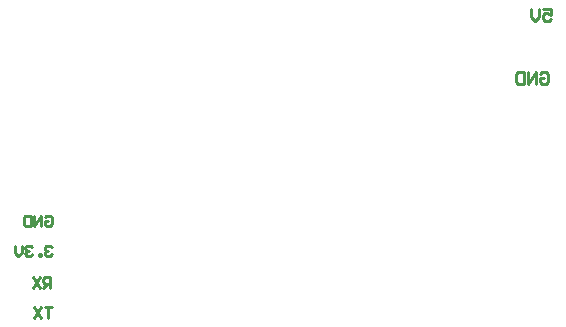
<source format=gbo>
G04*
G04 #@! TF.GenerationSoftware,Altium Limited,Altium Designer,19.0.15 (446)*
G04*
G04 Layer_Color=32896*
%FSTAX24Y24*%
%MOIN*%
G70*
G01*
G75*
%ADD10C,0.0100*%
D10*
X031932Y031203D02*
X032198D01*
Y031003D01*
X032065Y03107D01*
X031998D01*
X031932Y031003D01*
Y03087D01*
X031998Y030803D01*
X032132D01*
X032198Y03087D01*
X031799Y031203D02*
Y030937D01*
X031665Y030803D01*
X031532Y030937D01*
Y031203D01*
X031832Y029036D02*
X031898Y029103D01*
X032032D01*
X032098Y029036D01*
Y02877D01*
X032032Y028703D01*
X031898D01*
X031832Y02877D01*
Y028903D01*
X031965D01*
X031699Y028703D02*
Y029103D01*
X031432Y028703D01*
Y029103D01*
X031299D02*
Y028703D01*
X031099D01*
X031032Y02877D01*
Y029036D01*
X031099Y029103D01*
X031299D01*
X015315Y024245D02*
X015373Y024303D01*
X01549D01*
X015548Y024245D01*
Y024012D01*
X01549Y023953D01*
X015373D01*
X015315Y024012D01*
Y024128D01*
X015432D01*
X015199Y023953D02*
Y024303D01*
X014965Y023953D01*
Y024303D01*
X014849D02*
Y023953D01*
X014674D01*
X014615Y024012D01*
Y024245D01*
X014674Y024303D01*
X014849D01*
X015548Y023245D02*
X01549Y023303D01*
X015373D01*
X015315Y023245D01*
Y023186D01*
X015373Y023128D01*
X015432D01*
X015373D01*
X015315Y02307D01*
Y023012D01*
X015373Y022953D01*
X01549D01*
X015548Y023012D01*
X015199Y022953D02*
Y023012D01*
X01514D01*
Y022953D01*
X015199D01*
X014907Y023245D02*
X014849Y023303D01*
X014732D01*
X014674Y023245D01*
Y023186D01*
X014732Y023128D01*
X01479D01*
X014732D01*
X014674Y02307D01*
Y023012D01*
X014732Y022953D01*
X014849D01*
X014907Y023012D01*
X014557Y023303D02*
Y02307D01*
X01444Y022953D01*
X014324Y02307D01*
Y023303D01*
X015548Y021253D02*
X015315D01*
X015432D01*
Y020903D01*
X015199Y021253D02*
X014965Y020903D01*
Y021253D02*
X015199Y020903D01*
X015498Y021903D02*
Y022253D01*
X015323D01*
X015265Y022195D01*
Y022078D01*
X015323Y02202D01*
X015498D01*
X015382D02*
X015265Y021903D01*
X015149Y022253D02*
X014915Y021903D01*
Y022253D02*
X015149Y021903D01*
M02*

</source>
